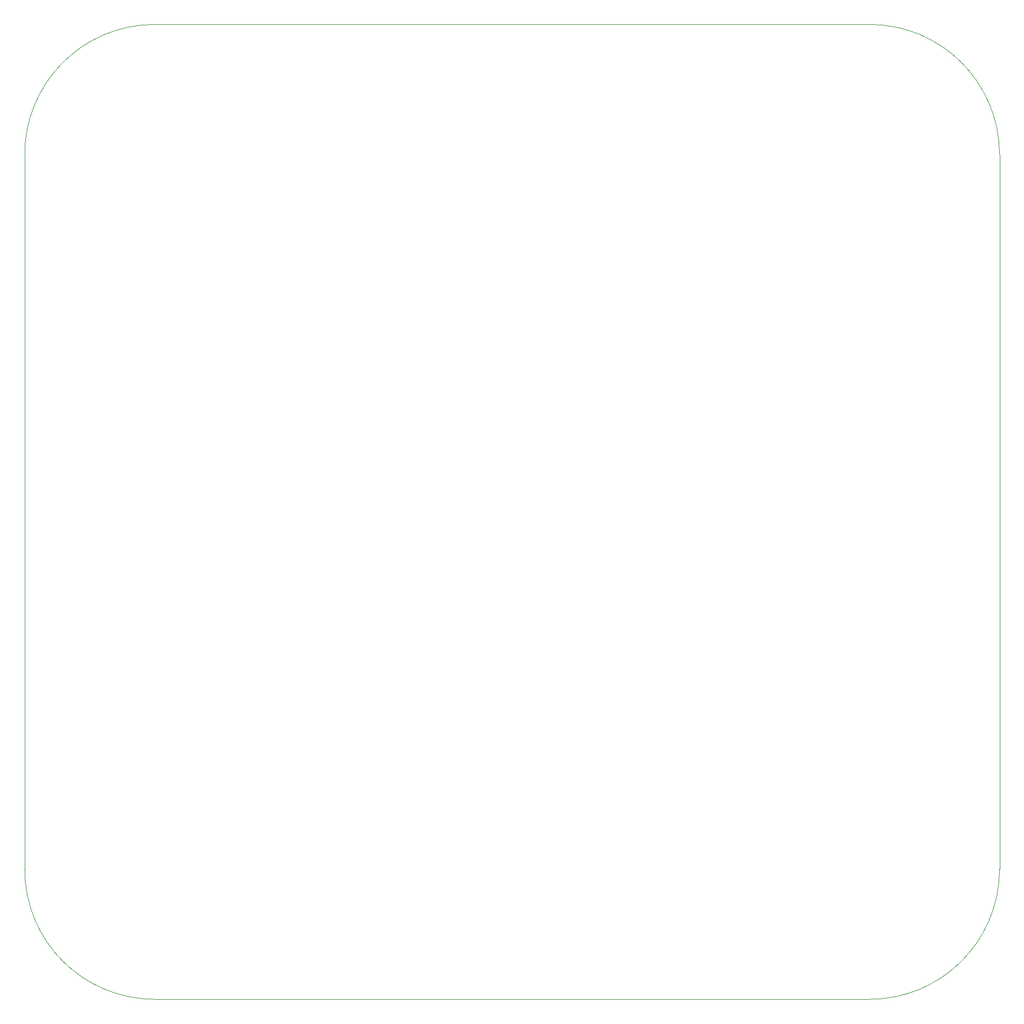
<source format=gbr>
%TF.GenerationSoftware,KiCad,Pcbnew,(6.0.6)*%
%TF.CreationDate,2022-06-29T12:44:08+02:00*%
%TF.ProjectId,CNLJS,434e4c4a-532e-46b6-9963-61645f706362,rev?*%
%TF.SameCoordinates,Original*%
%TF.FileFunction,Profile,NP*%
%FSLAX46Y46*%
G04 Gerber Fmt 4.6, Leading zero omitted, Abs format (unit mm)*
G04 Created by KiCad (PCBNEW (6.0.6)) date 2022-06-29 12:44:08*
%MOMM*%
%LPD*%
G01*
G04 APERTURE LIST*
%TA.AperFunction,Profile*%
%ADD10C,0.100000*%
%TD*%
G04 APERTURE END LIST*
D10*
X217707864Y-148007864D02*
X217707864Y-38007864D01*
X217707936Y-38007864D02*
G75*
G03*
X197707864Y-18007864I-20000036J-36D01*
G01*
X87707864Y-18007864D02*
G75*
G03*
X67707864Y-38007864I-4J-19999996D01*
G01*
X197707864Y-168007864D02*
G75*
G03*
X217707864Y-148007864I6J19999994D01*
G01*
X67707864Y-38007864D02*
X67707864Y-148007864D01*
X87707864Y-168007864D02*
X197707864Y-168007864D01*
X67707866Y-148007864D02*
G75*
G03*
X87707864Y-168007864I19999994J-6D01*
G01*
X197707864Y-18007864D02*
X87707864Y-18007864D01*
M02*

</source>
